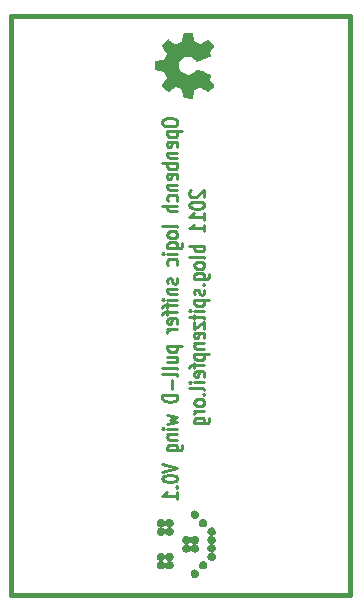
<source format=gbo>
G04 (created by PCBNEW-RS274X (2011-07-08)-stable) date Thu 27 Oct 2011 07:18:31 PM CEST*
G01*
G70*
G90*
%MOIN*%
G04 Gerber Fmt 3.4, Leading zero omitted, Abs format*
%FSLAX34Y34*%
G04 APERTURE LIST*
%ADD10C,0.006000*%
%ADD11C,0.015000*%
%ADD12C,0.010000*%
%ADD13C,0.000100*%
%ADD14R,0.055000X0.055000*%
%ADD15C,0.055000*%
%ADD16O,0.080000X0.050000*%
G04 APERTURE END LIST*
G54D10*
G54D11*
X64950Y-33050D02*
X64950Y-13750D01*
X76250Y-33050D02*
X76250Y-13750D01*
X64950Y-33050D02*
X76250Y-33050D01*
X64950Y-13750D02*
X76250Y-13750D01*
G54D12*
X70002Y-17250D02*
X70002Y-17327D01*
X70026Y-17365D01*
X70074Y-17403D01*
X70169Y-17422D01*
X70336Y-17422D01*
X70431Y-17403D01*
X70479Y-17365D01*
X70502Y-17327D01*
X70502Y-17250D01*
X70479Y-17212D01*
X70431Y-17174D01*
X70336Y-17155D01*
X70169Y-17155D01*
X70074Y-17174D01*
X70026Y-17212D01*
X70002Y-17250D01*
X70169Y-17593D02*
X70669Y-17593D01*
X70193Y-17593D02*
X70169Y-17631D01*
X70169Y-17708D01*
X70193Y-17746D01*
X70217Y-17765D01*
X70264Y-17784D01*
X70407Y-17784D01*
X70455Y-17765D01*
X70479Y-17746D01*
X70502Y-17708D01*
X70502Y-17631D01*
X70479Y-17593D01*
X70479Y-18108D02*
X70502Y-18070D01*
X70502Y-17993D01*
X70479Y-17955D01*
X70431Y-17936D01*
X70240Y-17936D01*
X70193Y-17955D01*
X70169Y-17993D01*
X70169Y-18070D01*
X70193Y-18108D01*
X70240Y-18127D01*
X70288Y-18127D01*
X70336Y-17936D01*
X70169Y-18298D02*
X70502Y-18298D01*
X70217Y-18298D02*
X70193Y-18317D01*
X70169Y-18355D01*
X70169Y-18413D01*
X70193Y-18451D01*
X70240Y-18470D01*
X70502Y-18470D01*
X70502Y-18660D02*
X70002Y-18660D01*
X70193Y-18660D02*
X70169Y-18698D01*
X70169Y-18775D01*
X70193Y-18813D01*
X70217Y-18832D01*
X70264Y-18851D01*
X70407Y-18851D01*
X70455Y-18832D01*
X70479Y-18813D01*
X70502Y-18775D01*
X70502Y-18698D01*
X70479Y-18660D01*
X70479Y-19175D02*
X70502Y-19137D01*
X70502Y-19060D01*
X70479Y-19022D01*
X70431Y-19003D01*
X70240Y-19003D01*
X70193Y-19022D01*
X70169Y-19060D01*
X70169Y-19137D01*
X70193Y-19175D01*
X70240Y-19194D01*
X70288Y-19194D01*
X70336Y-19003D01*
X70169Y-19365D02*
X70502Y-19365D01*
X70217Y-19365D02*
X70193Y-19384D01*
X70169Y-19422D01*
X70169Y-19480D01*
X70193Y-19518D01*
X70240Y-19537D01*
X70502Y-19537D01*
X70479Y-19899D02*
X70502Y-19861D01*
X70502Y-19784D01*
X70479Y-19746D01*
X70455Y-19727D01*
X70407Y-19708D01*
X70264Y-19708D01*
X70217Y-19727D01*
X70193Y-19746D01*
X70169Y-19784D01*
X70169Y-19861D01*
X70193Y-19899D01*
X70502Y-20070D02*
X70002Y-20070D01*
X70502Y-20242D02*
X70240Y-20242D01*
X70193Y-20223D01*
X70169Y-20185D01*
X70169Y-20127D01*
X70193Y-20089D01*
X70217Y-20070D01*
X70502Y-20794D02*
X70479Y-20756D01*
X70431Y-20737D01*
X70002Y-20737D01*
X70502Y-21004D02*
X70479Y-20966D01*
X70455Y-20947D01*
X70407Y-20928D01*
X70264Y-20928D01*
X70217Y-20947D01*
X70193Y-20966D01*
X70169Y-21004D01*
X70169Y-21062D01*
X70193Y-21100D01*
X70217Y-21119D01*
X70264Y-21138D01*
X70407Y-21138D01*
X70455Y-21119D01*
X70479Y-21100D01*
X70502Y-21062D01*
X70502Y-21004D01*
X70169Y-21481D02*
X70574Y-21481D01*
X70621Y-21462D01*
X70645Y-21443D01*
X70669Y-21404D01*
X70669Y-21347D01*
X70645Y-21309D01*
X70479Y-21481D02*
X70502Y-21443D01*
X70502Y-21366D01*
X70479Y-21328D01*
X70455Y-21309D01*
X70407Y-21290D01*
X70264Y-21290D01*
X70217Y-21309D01*
X70193Y-21328D01*
X70169Y-21366D01*
X70169Y-21443D01*
X70193Y-21481D01*
X70502Y-21671D02*
X70169Y-21671D01*
X70002Y-21671D02*
X70026Y-21652D01*
X70050Y-21671D01*
X70026Y-21690D01*
X70002Y-21671D01*
X70050Y-21671D01*
X70479Y-22033D02*
X70502Y-21995D01*
X70502Y-21918D01*
X70479Y-21880D01*
X70455Y-21861D01*
X70407Y-21842D01*
X70264Y-21842D01*
X70217Y-21861D01*
X70193Y-21880D01*
X70169Y-21918D01*
X70169Y-21995D01*
X70193Y-22033D01*
X70479Y-22490D02*
X70502Y-22528D01*
X70502Y-22604D01*
X70479Y-22643D01*
X70431Y-22662D01*
X70407Y-22662D01*
X70360Y-22643D01*
X70336Y-22604D01*
X70336Y-22547D01*
X70312Y-22509D01*
X70264Y-22490D01*
X70240Y-22490D01*
X70193Y-22509D01*
X70169Y-22547D01*
X70169Y-22604D01*
X70193Y-22643D01*
X70169Y-22833D02*
X70502Y-22833D01*
X70217Y-22833D02*
X70193Y-22852D01*
X70169Y-22890D01*
X70169Y-22948D01*
X70193Y-22986D01*
X70240Y-23005D01*
X70502Y-23005D01*
X70502Y-23195D02*
X70169Y-23195D01*
X70002Y-23195D02*
X70026Y-23176D01*
X70050Y-23195D01*
X70026Y-23214D01*
X70002Y-23195D01*
X70050Y-23195D01*
X70169Y-23328D02*
X70169Y-23480D01*
X70502Y-23385D02*
X70074Y-23385D01*
X70026Y-23404D01*
X70002Y-23442D01*
X70002Y-23480D01*
X70169Y-23557D02*
X70169Y-23709D01*
X70502Y-23614D02*
X70074Y-23614D01*
X70026Y-23633D01*
X70002Y-23671D01*
X70002Y-23709D01*
X70479Y-23996D02*
X70502Y-23958D01*
X70502Y-23881D01*
X70479Y-23843D01*
X70431Y-23824D01*
X70240Y-23824D01*
X70193Y-23843D01*
X70169Y-23881D01*
X70169Y-23958D01*
X70193Y-23996D01*
X70240Y-24015D01*
X70288Y-24015D01*
X70336Y-23824D01*
X70502Y-24186D02*
X70169Y-24186D01*
X70264Y-24186D02*
X70217Y-24205D01*
X70193Y-24224D01*
X70169Y-24262D01*
X70169Y-24301D01*
X70169Y-24739D02*
X70669Y-24739D01*
X70193Y-24739D02*
X70169Y-24777D01*
X70169Y-24854D01*
X70193Y-24892D01*
X70217Y-24911D01*
X70264Y-24930D01*
X70407Y-24930D01*
X70455Y-24911D01*
X70479Y-24892D01*
X70502Y-24854D01*
X70502Y-24777D01*
X70479Y-24739D01*
X70169Y-25273D02*
X70502Y-25273D01*
X70169Y-25101D02*
X70431Y-25101D01*
X70479Y-25120D01*
X70502Y-25158D01*
X70502Y-25216D01*
X70479Y-25254D01*
X70455Y-25273D01*
X70502Y-25520D02*
X70479Y-25482D01*
X70431Y-25463D01*
X70002Y-25463D01*
X70502Y-25730D02*
X70479Y-25692D01*
X70431Y-25673D01*
X70002Y-25673D01*
X70312Y-25883D02*
X70312Y-26188D01*
X70502Y-26378D02*
X70002Y-26378D01*
X70002Y-26473D01*
X70026Y-26531D01*
X70074Y-26569D01*
X70121Y-26588D01*
X70217Y-26607D01*
X70288Y-26607D01*
X70383Y-26588D01*
X70431Y-26569D01*
X70479Y-26531D01*
X70502Y-26473D01*
X70502Y-26378D01*
X70169Y-27045D02*
X70502Y-27121D01*
X70264Y-27198D01*
X70502Y-27274D01*
X70169Y-27350D01*
X70502Y-27502D02*
X70169Y-27502D01*
X70002Y-27502D02*
X70026Y-27483D01*
X70050Y-27502D01*
X70026Y-27521D01*
X70002Y-27502D01*
X70050Y-27502D01*
X70169Y-27692D02*
X70502Y-27692D01*
X70217Y-27692D02*
X70193Y-27711D01*
X70169Y-27749D01*
X70169Y-27807D01*
X70193Y-27845D01*
X70240Y-27864D01*
X70502Y-27864D01*
X70169Y-28226D02*
X70574Y-28226D01*
X70621Y-28207D01*
X70645Y-28188D01*
X70669Y-28149D01*
X70669Y-28092D01*
X70645Y-28054D01*
X70479Y-28226D02*
X70502Y-28188D01*
X70502Y-28111D01*
X70479Y-28073D01*
X70455Y-28054D01*
X70407Y-28035D01*
X70264Y-28035D01*
X70217Y-28054D01*
X70193Y-28073D01*
X70169Y-28111D01*
X70169Y-28188D01*
X70193Y-28226D01*
X70002Y-28664D02*
X70502Y-28797D01*
X70002Y-28931D01*
X70002Y-29140D02*
X70002Y-29179D01*
X70026Y-29217D01*
X70050Y-29236D01*
X70098Y-29255D01*
X70193Y-29274D01*
X70312Y-29274D01*
X70407Y-29255D01*
X70455Y-29236D01*
X70479Y-29217D01*
X70502Y-29179D01*
X70502Y-29140D01*
X70479Y-29102D01*
X70455Y-29083D01*
X70407Y-29064D01*
X70312Y-29045D01*
X70193Y-29045D01*
X70098Y-29064D01*
X70050Y-29083D01*
X70026Y-29102D01*
X70002Y-29140D01*
X70455Y-29445D02*
X70479Y-29464D01*
X70502Y-29445D01*
X70479Y-29426D01*
X70455Y-29445D01*
X70502Y-29445D01*
X70502Y-29845D02*
X70502Y-29616D01*
X70502Y-29730D02*
X70002Y-29730D01*
X70074Y-29692D01*
X70121Y-29654D01*
X70145Y-29616D01*
X70950Y-19554D02*
X70926Y-19573D01*
X70902Y-19611D01*
X70902Y-19707D01*
X70926Y-19745D01*
X70950Y-19764D01*
X70998Y-19783D01*
X71045Y-19783D01*
X71117Y-19764D01*
X71402Y-19535D01*
X71402Y-19783D01*
X70902Y-20030D02*
X70902Y-20069D01*
X70926Y-20107D01*
X70950Y-20126D01*
X70998Y-20145D01*
X71093Y-20164D01*
X71212Y-20164D01*
X71307Y-20145D01*
X71355Y-20126D01*
X71379Y-20107D01*
X71402Y-20069D01*
X71402Y-20030D01*
X71379Y-19992D01*
X71355Y-19973D01*
X71307Y-19954D01*
X71212Y-19935D01*
X71093Y-19935D01*
X70998Y-19954D01*
X70950Y-19973D01*
X70926Y-19992D01*
X70902Y-20030D01*
X71402Y-20545D02*
X71402Y-20316D01*
X71402Y-20430D02*
X70902Y-20430D01*
X70974Y-20392D01*
X71021Y-20354D01*
X71045Y-20316D01*
X71402Y-20926D02*
X71402Y-20697D01*
X71402Y-20811D02*
X70902Y-20811D01*
X70974Y-20773D01*
X71021Y-20735D01*
X71045Y-20697D01*
X71402Y-21402D02*
X70902Y-21402D01*
X71093Y-21402D02*
X71069Y-21440D01*
X71069Y-21517D01*
X71093Y-21555D01*
X71117Y-21574D01*
X71164Y-21593D01*
X71307Y-21593D01*
X71355Y-21574D01*
X71379Y-21555D01*
X71402Y-21517D01*
X71402Y-21440D01*
X71379Y-21402D01*
X71402Y-21821D02*
X71379Y-21783D01*
X71331Y-21764D01*
X70902Y-21764D01*
X71402Y-22031D02*
X71379Y-21993D01*
X71355Y-21974D01*
X71307Y-21955D01*
X71164Y-21955D01*
X71117Y-21974D01*
X71093Y-21993D01*
X71069Y-22031D01*
X71069Y-22089D01*
X71093Y-22127D01*
X71117Y-22146D01*
X71164Y-22165D01*
X71307Y-22165D01*
X71355Y-22146D01*
X71379Y-22127D01*
X71402Y-22089D01*
X71402Y-22031D01*
X71069Y-22508D02*
X71474Y-22508D01*
X71521Y-22489D01*
X71545Y-22470D01*
X71569Y-22431D01*
X71569Y-22374D01*
X71545Y-22336D01*
X71379Y-22508D02*
X71402Y-22470D01*
X71402Y-22393D01*
X71379Y-22355D01*
X71355Y-22336D01*
X71307Y-22317D01*
X71164Y-22317D01*
X71117Y-22336D01*
X71093Y-22355D01*
X71069Y-22393D01*
X71069Y-22470D01*
X71093Y-22508D01*
X71355Y-22698D02*
X71379Y-22717D01*
X71402Y-22698D01*
X71379Y-22679D01*
X71355Y-22698D01*
X71402Y-22698D01*
X71379Y-22869D02*
X71402Y-22907D01*
X71402Y-22983D01*
X71379Y-23022D01*
X71331Y-23041D01*
X71307Y-23041D01*
X71260Y-23022D01*
X71236Y-22983D01*
X71236Y-22926D01*
X71212Y-22888D01*
X71164Y-22869D01*
X71140Y-22869D01*
X71093Y-22888D01*
X71069Y-22926D01*
X71069Y-22983D01*
X71093Y-23022D01*
X71069Y-23212D02*
X71569Y-23212D01*
X71093Y-23212D02*
X71069Y-23250D01*
X71069Y-23327D01*
X71093Y-23365D01*
X71117Y-23384D01*
X71164Y-23403D01*
X71307Y-23403D01*
X71355Y-23384D01*
X71379Y-23365D01*
X71402Y-23327D01*
X71402Y-23250D01*
X71379Y-23212D01*
X71402Y-23574D02*
X71069Y-23574D01*
X70902Y-23574D02*
X70926Y-23555D01*
X70950Y-23574D01*
X70926Y-23593D01*
X70902Y-23574D01*
X70950Y-23574D01*
X71069Y-23707D02*
X71069Y-23859D01*
X70902Y-23764D02*
X71331Y-23764D01*
X71379Y-23783D01*
X71402Y-23821D01*
X71402Y-23859D01*
X71069Y-23955D02*
X71069Y-24165D01*
X71402Y-23955D01*
X71402Y-24165D01*
X71379Y-24470D02*
X71402Y-24432D01*
X71402Y-24355D01*
X71379Y-24317D01*
X71331Y-24298D01*
X71140Y-24298D01*
X71093Y-24317D01*
X71069Y-24355D01*
X71069Y-24432D01*
X71093Y-24470D01*
X71140Y-24489D01*
X71188Y-24489D01*
X71236Y-24298D01*
X71069Y-24660D02*
X71402Y-24660D01*
X71117Y-24660D02*
X71093Y-24679D01*
X71069Y-24717D01*
X71069Y-24775D01*
X71093Y-24813D01*
X71140Y-24832D01*
X71402Y-24832D01*
X71069Y-25022D02*
X71569Y-25022D01*
X71093Y-25022D02*
X71069Y-25060D01*
X71069Y-25137D01*
X71093Y-25175D01*
X71117Y-25194D01*
X71164Y-25213D01*
X71307Y-25213D01*
X71355Y-25194D01*
X71379Y-25175D01*
X71402Y-25137D01*
X71402Y-25060D01*
X71379Y-25022D01*
X71069Y-25327D02*
X71069Y-25479D01*
X71402Y-25384D02*
X70974Y-25384D01*
X70926Y-25403D01*
X70902Y-25441D01*
X70902Y-25479D01*
X71379Y-25766D02*
X71402Y-25728D01*
X71402Y-25651D01*
X71379Y-25613D01*
X71331Y-25594D01*
X71140Y-25594D01*
X71093Y-25613D01*
X71069Y-25651D01*
X71069Y-25728D01*
X71093Y-25766D01*
X71140Y-25785D01*
X71188Y-25785D01*
X71236Y-25594D01*
X71402Y-25956D02*
X71069Y-25956D01*
X70902Y-25956D02*
X70926Y-25937D01*
X70950Y-25956D01*
X70926Y-25975D01*
X70902Y-25956D01*
X70950Y-25956D01*
X71402Y-26203D02*
X71379Y-26165D01*
X71331Y-26146D01*
X70902Y-26146D01*
X71355Y-26356D02*
X71379Y-26375D01*
X71402Y-26356D01*
X71379Y-26337D01*
X71355Y-26356D01*
X71402Y-26356D01*
X71402Y-26603D02*
X71379Y-26565D01*
X71355Y-26546D01*
X71307Y-26527D01*
X71164Y-26527D01*
X71117Y-26546D01*
X71093Y-26565D01*
X71069Y-26603D01*
X71069Y-26661D01*
X71093Y-26699D01*
X71117Y-26718D01*
X71164Y-26737D01*
X71307Y-26737D01*
X71355Y-26718D01*
X71379Y-26699D01*
X71402Y-26661D01*
X71402Y-26603D01*
X71402Y-26908D02*
X71069Y-26908D01*
X71164Y-26908D02*
X71117Y-26927D01*
X71093Y-26946D01*
X71069Y-26984D01*
X71069Y-27023D01*
X71069Y-27328D02*
X71474Y-27328D01*
X71521Y-27309D01*
X71545Y-27290D01*
X71569Y-27251D01*
X71569Y-27194D01*
X71545Y-27156D01*
X71379Y-27328D02*
X71402Y-27290D01*
X71402Y-27213D01*
X71379Y-27175D01*
X71355Y-27156D01*
X71307Y-27137D01*
X71164Y-27137D01*
X71117Y-27156D01*
X71093Y-27175D01*
X71069Y-27213D01*
X71069Y-27290D01*
X71093Y-27328D01*
G54D13*
G36*
X71783Y-30926D02*
X71779Y-30898D01*
X71770Y-30871D01*
X71764Y-30860D01*
X71748Y-30836D01*
X71727Y-30817D01*
X71703Y-30803D01*
X71678Y-30793D01*
X71650Y-30789D01*
X71623Y-30790D01*
X71595Y-30797D01*
X71569Y-30809D01*
X71557Y-30817D01*
X71544Y-30829D01*
X71532Y-30842D01*
X71523Y-30854D01*
X71521Y-30858D01*
X71510Y-30882D01*
X71504Y-30907D01*
X71503Y-30935D01*
X71503Y-30944D01*
X71505Y-30960D01*
X71509Y-30974D01*
X71515Y-30988D01*
X71524Y-31004D01*
X71542Y-31027D01*
X71564Y-31046D01*
X71590Y-31060D01*
X71602Y-31064D01*
X71616Y-31067D01*
X71627Y-31069D01*
X71628Y-31069D01*
X71629Y-31070D01*
X71623Y-31071D01*
X71622Y-31071D01*
X71604Y-31075D01*
X71585Y-31082D01*
X71569Y-31090D01*
X71548Y-31106D01*
X71529Y-31127D01*
X71514Y-31152D01*
X71505Y-31180D01*
X71502Y-31209D01*
X71502Y-31217D01*
X71505Y-31239D01*
X71511Y-31260D01*
X71513Y-31265D01*
X71526Y-31288D01*
X71543Y-31309D01*
X71564Y-31327D01*
X71588Y-31340D01*
X71613Y-31347D01*
X71614Y-31348D01*
X71621Y-31349D01*
X71624Y-31350D01*
X71624Y-31350D01*
X71620Y-31351D01*
X71613Y-31353D01*
X71610Y-31353D01*
X71586Y-31361D01*
X71562Y-31375D01*
X71541Y-31393D01*
X71527Y-31410D01*
X71513Y-31434D01*
X71505Y-31461D01*
X71502Y-31491D01*
X71504Y-31512D01*
X71511Y-31540D01*
X71523Y-31565D01*
X71541Y-31588D01*
X71564Y-31606D01*
X71567Y-31608D01*
X71577Y-31615D01*
X71586Y-31619D01*
X71593Y-31621D01*
X71605Y-31625D01*
X71617Y-31628D01*
X71627Y-31630D01*
X71628Y-31630D01*
X71628Y-31630D01*
X71622Y-31631D01*
X71607Y-31635D01*
X71588Y-31642D01*
X71571Y-31650D01*
X71548Y-31667D01*
X71529Y-31688D01*
X71514Y-31713D01*
X71505Y-31741D01*
X71502Y-31770D01*
X71504Y-31796D01*
X71512Y-31824D01*
X71525Y-31849D01*
X71545Y-31871D01*
X71557Y-31882D01*
X71573Y-31893D01*
X71590Y-31901D01*
X71605Y-31906D01*
X71633Y-31911D01*
X71661Y-31910D01*
X71687Y-31904D01*
X71711Y-31893D01*
X71733Y-31878D01*
X71752Y-31859D01*
X71767Y-31836D01*
X71777Y-31810D01*
X71782Y-31782D01*
X71782Y-31779D01*
X71781Y-31750D01*
X71775Y-31724D01*
X71762Y-31698D01*
X71756Y-31689D01*
X71740Y-31670D01*
X71720Y-31654D01*
X71699Y-31642D01*
X71691Y-31639D01*
X71679Y-31635D01*
X71667Y-31632D01*
X71657Y-31631D01*
X71652Y-31631D01*
X71657Y-31630D01*
X71661Y-31629D01*
X71674Y-31627D01*
X71688Y-31623D01*
X71700Y-31618D01*
X71713Y-31612D01*
X71736Y-31594D01*
X71755Y-31573D01*
X71770Y-31548D01*
X71780Y-31520D01*
X71781Y-31515D01*
X71782Y-31496D01*
X71782Y-31476D01*
X71779Y-31457D01*
X71773Y-31439D01*
X71759Y-31412D01*
X71740Y-31389D01*
X71739Y-31388D01*
X71718Y-31372D01*
X71695Y-31360D01*
X71671Y-31352D01*
X71670Y-31352D01*
X71663Y-31351D01*
X71661Y-31350D01*
X71663Y-31349D01*
X71669Y-31348D01*
X71671Y-31348D01*
X71685Y-31344D01*
X71701Y-31338D01*
X71716Y-31330D01*
X71733Y-31317D01*
X71753Y-31296D01*
X71769Y-31271D01*
X71779Y-31243D01*
X71780Y-31238D01*
X71782Y-31219D01*
X71782Y-31199D01*
X71780Y-31181D01*
X71775Y-31165D01*
X71763Y-31139D01*
X71746Y-31116D01*
X71725Y-31096D01*
X71700Y-31082D01*
X71692Y-31079D01*
X71679Y-31075D01*
X71667Y-31072D01*
X71657Y-31070D01*
X71656Y-31070D01*
X71656Y-31070D01*
X71661Y-31069D01*
X71662Y-31069D01*
X71680Y-31064D01*
X71699Y-31057D01*
X71715Y-31049D01*
X71721Y-31045D01*
X71742Y-31027D01*
X71760Y-31005D01*
X71773Y-30981D01*
X71780Y-30954D01*
X71783Y-30926D01*
X71783Y-30926D01*
G37*
G36*
X71502Y-32061D02*
X71501Y-32044D01*
X71500Y-32027D01*
X71495Y-32009D01*
X71483Y-31982D01*
X71467Y-31959D01*
X71446Y-31939D01*
X71421Y-31925D01*
X71395Y-31915D01*
X71366Y-31911D01*
X71338Y-31913D01*
X71311Y-31921D01*
X71286Y-31933D01*
X71263Y-31951D01*
X71245Y-31974D01*
X71240Y-31981D01*
X71228Y-32008D01*
X71221Y-32036D01*
X71221Y-32065D01*
X71227Y-32094D01*
X71237Y-32117D01*
X71253Y-32141D01*
X71274Y-32162D01*
X71299Y-32178D01*
X71327Y-32188D01*
X71341Y-32191D01*
X71359Y-32192D01*
X71377Y-32191D01*
X71392Y-32189D01*
X71398Y-32188D01*
X71426Y-32177D01*
X71451Y-32160D01*
X71471Y-32139D01*
X71488Y-32113D01*
X71493Y-32101D01*
X71498Y-32085D01*
X71501Y-32070D01*
X71502Y-32061D01*
X71502Y-32061D01*
G37*
G36*
X71502Y-30645D02*
X71498Y-30616D01*
X71488Y-30588D01*
X71472Y-30562D01*
X71468Y-30557D01*
X71448Y-30537D01*
X71423Y-30522D01*
X71396Y-30512D01*
X71381Y-30509D01*
X71363Y-30508D01*
X71345Y-30509D01*
X71330Y-30511D01*
X71324Y-30513D01*
X71296Y-30524D01*
X71272Y-30540D01*
X71252Y-30560D01*
X71236Y-30584D01*
X71226Y-30611D01*
X71221Y-30641D01*
X71221Y-30651D01*
X71224Y-30680D01*
X71233Y-30706D01*
X71247Y-30730D01*
X71265Y-30750D01*
X71287Y-30767D01*
X71311Y-30779D01*
X71338Y-30787D01*
X71368Y-30788D01*
X71385Y-30787D01*
X71400Y-30783D01*
X71417Y-30777D01*
X71438Y-30766D01*
X71460Y-30748D01*
X71478Y-30726D01*
X71492Y-30701D01*
X71500Y-30674D01*
X71502Y-30645D01*
X71502Y-30645D01*
G37*
G36*
X71220Y-32340D02*
X71220Y-32321D01*
X71218Y-32303D01*
X71212Y-32283D01*
X71199Y-32257D01*
X71180Y-32234D01*
X71162Y-32219D01*
X71138Y-32204D01*
X71111Y-32195D01*
X71099Y-32193D01*
X71083Y-32192D01*
X71066Y-32193D01*
X71051Y-32195D01*
X71043Y-32197D01*
X71015Y-32208D01*
X70991Y-32224D01*
X70970Y-32245D01*
X70955Y-32271D01*
X70950Y-32280D01*
X70944Y-32298D01*
X70941Y-32316D01*
X70941Y-32338D01*
X70942Y-32351D01*
X70944Y-32366D01*
X70948Y-32380D01*
X70955Y-32395D01*
X70959Y-32404D01*
X70977Y-32428D01*
X70999Y-32447D01*
X71024Y-32462D01*
X71053Y-32471D01*
X71059Y-32472D01*
X71076Y-32473D01*
X71093Y-32472D01*
X71108Y-32471D01*
X71118Y-32468D01*
X71146Y-32457D01*
X71170Y-32441D01*
X71190Y-32421D01*
X71206Y-32396D01*
X71217Y-32367D01*
X71218Y-32359D01*
X71220Y-32340D01*
X71220Y-32340D01*
G37*
G36*
X71221Y-31214D02*
X71219Y-31185D01*
X71211Y-31159D01*
X71204Y-31143D01*
X71187Y-31119D01*
X71166Y-31099D01*
X71142Y-31084D01*
X71114Y-31074D01*
X71109Y-31073D01*
X71086Y-31069D01*
X71064Y-31070D01*
X71040Y-31076D01*
X71012Y-31087D01*
X70989Y-31104D01*
X70969Y-31125D01*
X70954Y-31150D01*
X70944Y-31178D01*
X70939Y-31196D01*
X70938Y-31187D01*
X70938Y-31184D01*
X70932Y-31164D01*
X70923Y-31143D01*
X70910Y-31124D01*
X70908Y-31121D01*
X70887Y-31100D01*
X70864Y-31085D01*
X70838Y-31075D01*
X70810Y-31070D01*
X70783Y-31071D01*
X70755Y-31077D01*
X70729Y-31089D01*
X70728Y-31090D01*
X70705Y-31107D01*
X70686Y-31128D01*
X70673Y-31152D01*
X70664Y-31178D01*
X70660Y-31205D01*
X70662Y-31232D01*
X70669Y-31258D01*
X70681Y-31284D01*
X70698Y-31307D01*
X70712Y-31319D01*
X70732Y-31333D01*
X70754Y-31343D01*
X70775Y-31348D01*
X70780Y-31349D01*
X70783Y-31350D01*
X70781Y-31351D01*
X70775Y-31352D01*
X70756Y-31356D01*
X70736Y-31365D01*
X70717Y-31377D01*
X70708Y-31384D01*
X70689Y-31405D01*
X70674Y-31429D01*
X70664Y-31456D01*
X70660Y-31485D01*
X70662Y-31514D01*
X70666Y-31531D01*
X70678Y-31558D01*
X70694Y-31581D01*
X70715Y-31601D01*
X70739Y-31616D01*
X70767Y-31626D01*
X70781Y-31629D01*
X70809Y-31630D01*
X70837Y-31625D01*
X70864Y-31615D01*
X70887Y-31599D01*
X70908Y-31579D01*
X70924Y-31554D01*
X70929Y-31543D01*
X70934Y-31530D01*
X70937Y-31518D01*
X70939Y-31509D01*
X70939Y-31508D01*
X70940Y-31508D01*
X70941Y-31514D01*
X70945Y-31528D01*
X70952Y-31547D01*
X70960Y-31563D01*
X70966Y-31572D01*
X70983Y-31590D01*
X71003Y-31607D01*
X71024Y-31619D01*
X71047Y-31626D01*
X71072Y-31630D01*
X71097Y-31630D01*
X71102Y-31629D01*
X71131Y-31621D01*
X71156Y-31608D01*
X71180Y-31589D01*
X71193Y-31573D01*
X71209Y-31548D01*
X71218Y-31520D01*
X71219Y-31509D01*
X71220Y-31494D01*
X71219Y-31478D01*
X71218Y-31463D01*
X71216Y-31452D01*
X71213Y-31443D01*
X71199Y-31415D01*
X71181Y-31392D01*
X71158Y-31373D01*
X71147Y-31366D01*
X71128Y-31358D01*
X71110Y-31352D01*
X71108Y-31352D01*
X71102Y-31351D01*
X71099Y-31350D01*
X71099Y-31350D01*
X71062Y-31350D01*
X71062Y-31350D01*
X71058Y-31351D01*
X71051Y-31352D01*
X71049Y-31353D01*
X71024Y-31361D01*
X71001Y-31375D01*
X70980Y-31393D01*
X70962Y-31414D01*
X70950Y-31438D01*
X70949Y-31439D01*
X70945Y-31452D01*
X70942Y-31463D01*
X70940Y-31476D01*
X70938Y-31464D01*
X70934Y-31447D01*
X70922Y-31422D01*
X70906Y-31399D01*
X70886Y-31380D01*
X70864Y-31365D01*
X70852Y-31359D01*
X70837Y-31354D01*
X70825Y-31352D01*
X70820Y-31351D01*
X70817Y-31350D01*
X70819Y-31349D01*
X70825Y-31348D01*
X70836Y-31346D01*
X70850Y-31341D01*
X70864Y-31335D01*
X70878Y-31327D01*
X70899Y-31309D01*
X70917Y-31287D01*
X70930Y-31262D01*
X70938Y-31236D01*
X70940Y-31223D01*
X70942Y-31236D01*
X70943Y-31238D01*
X70946Y-31250D01*
X70950Y-31262D01*
X70951Y-31265D01*
X70964Y-31288D01*
X70981Y-31309D01*
X71003Y-31327D01*
X71026Y-31340D01*
X71051Y-31347D01*
X71052Y-31348D01*
X71059Y-31349D01*
X71062Y-31350D01*
X71099Y-31350D01*
X71099Y-31350D01*
X71102Y-31349D01*
X71110Y-31348D01*
X71128Y-31343D01*
X71153Y-31331D01*
X71175Y-31314D01*
X71194Y-31293D01*
X71208Y-31268D01*
X71208Y-31268D01*
X71217Y-31242D01*
X71221Y-31214D01*
X71221Y-31214D01*
G37*
G36*
X71220Y-30378D02*
X71220Y-30355D01*
X71217Y-30334D01*
X71213Y-30321D01*
X71200Y-30294D01*
X71183Y-30271D01*
X71162Y-30253D01*
X71137Y-30239D01*
X71110Y-30230D01*
X71080Y-30227D01*
X71069Y-30227D01*
X71040Y-30233D01*
X71013Y-30244D01*
X70988Y-30261D01*
X70982Y-30266D01*
X70966Y-30286D01*
X70952Y-30310D01*
X70944Y-30335D01*
X70944Y-30335D01*
X70941Y-30356D01*
X70941Y-30379D01*
X70944Y-30400D01*
X70946Y-30408D01*
X70957Y-30434D01*
X70973Y-30458D01*
X70992Y-30477D01*
X71015Y-30492D01*
X71041Y-30502D01*
X71068Y-30507D01*
X71096Y-30507D01*
X71125Y-30501D01*
X71146Y-30491D01*
X71170Y-30475D01*
X71191Y-30454D01*
X71206Y-30430D01*
X71216Y-30403D01*
X71217Y-30399D01*
X71220Y-30378D01*
X71220Y-30378D01*
G37*
G36*
X70379Y-31766D02*
X70376Y-31739D01*
X70366Y-31712D01*
X70360Y-31699D01*
X70351Y-31686D01*
X70339Y-31673D01*
X70323Y-31659D01*
X70300Y-31644D01*
X70272Y-31634D01*
X70265Y-31633D01*
X70246Y-31631D01*
X70226Y-31631D01*
X70209Y-31633D01*
X70186Y-31641D01*
X70161Y-31654D01*
X70140Y-31671D01*
X70137Y-31674D01*
X70127Y-31687D01*
X70117Y-31702D01*
X70109Y-31716D01*
X70107Y-31721D01*
X70104Y-31732D01*
X70101Y-31744D01*
X70099Y-31752D01*
X70099Y-31757D01*
X70098Y-31752D01*
X70096Y-31745D01*
X70094Y-31736D01*
X70091Y-31726D01*
X70081Y-31705D01*
X70068Y-31684D01*
X70053Y-31667D01*
X70050Y-31665D01*
X70026Y-31648D01*
X69999Y-31636D01*
X69971Y-31631D01*
X69943Y-31631D01*
X69936Y-31632D01*
X69907Y-31640D01*
X69882Y-31653D01*
X69859Y-31672D01*
X69844Y-31689D01*
X69829Y-31713D01*
X69820Y-31741D01*
X69819Y-31746D01*
X69818Y-31765D01*
X69818Y-31785D01*
X69821Y-31803D01*
X69826Y-31819D01*
X69838Y-31845D01*
X69856Y-31867D01*
X69877Y-31886D01*
X69901Y-31900D01*
X69928Y-31908D01*
X69932Y-31909D01*
X69938Y-31911D01*
X69941Y-31912D01*
X69938Y-31913D01*
X69932Y-31913D01*
X69920Y-31916D01*
X69908Y-31921D01*
X69896Y-31926D01*
X69888Y-31930D01*
X69864Y-31947D01*
X69844Y-31969D01*
X69830Y-31993D01*
X69821Y-32021D01*
X69818Y-32051D01*
X69819Y-32074D01*
X69826Y-32101D01*
X69838Y-32126D01*
X69848Y-32140D01*
X69869Y-32160D01*
X69892Y-32176D01*
X69918Y-32187D01*
X69946Y-32192D01*
X69974Y-32191D01*
X70000Y-32185D01*
X70027Y-32174D01*
X70051Y-32157D01*
X70070Y-32136D01*
X70085Y-32110D01*
X70095Y-32081D01*
X70099Y-32066D01*
X70100Y-32075D01*
X70101Y-32081D01*
X70108Y-32103D01*
X70119Y-32125D01*
X70134Y-32146D01*
X70152Y-32162D01*
X70166Y-32172D01*
X70186Y-32182D01*
X70204Y-32188D01*
X70219Y-32191D01*
X70237Y-32192D01*
X70255Y-32191D01*
X70270Y-32189D01*
X70286Y-32184D01*
X70313Y-32171D01*
X70336Y-32153D01*
X70355Y-32131D01*
X70369Y-32105D01*
X70377Y-32075D01*
X70378Y-32068D01*
X70379Y-32051D01*
X70378Y-32033D01*
X70375Y-32017D01*
X70371Y-32005D01*
X70359Y-31979D01*
X70341Y-31956D01*
X70320Y-31937D01*
X70295Y-31923D01*
X70267Y-31914D01*
X70264Y-31913D01*
X70258Y-31912D01*
X70259Y-31911D01*
X70220Y-31911D01*
X70219Y-31912D01*
X70213Y-31914D01*
X70212Y-31914D01*
X70193Y-31919D01*
X70173Y-31928D01*
X70155Y-31939D01*
X70145Y-31948D01*
X70125Y-31969D01*
X70110Y-31995D01*
X70101Y-32023D01*
X70098Y-32037D01*
X70096Y-32027D01*
X70095Y-32019D01*
X70092Y-32010D01*
X70090Y-32004D01*
X70078Y-31979D01*
X70060Y-31956D01*
X70039Y-31937D01*
X70014Y-31923D01*
X69988Y-31914D01*
X69981Y-31913D01*
X69977Y-31911D01*
X69979Y-31910D01*
X69988Y-31908D01*
X69989Y-31908D01*
X70004Y-31904D01*
X70020Y-31897D01*
X70035Y-31888D01*
X70044Y-31881D01*
X70058Y-31868D01*
X70071Y-31854D01*
X70080Y-31841D01*
X70080Y-31840D01*
X70090Y-31818D01*
X70097Y-31795D01*
X70099Y-31786D01*
X70100Y-31797D01*
X70108Y-31822D01*
X70121Y-31847D01*
X70138Y-31869D01*
X70159Y-31887D01*
X70167Y-31892D01*
X70180Y-31898D01*
X70194Y-31904D01*
X70207Y-31908D01*
X70217Y-31910D01*
X70217Y-31910D01*
X70220Y-31911D01*
X70259Y-31911D01*
X70259Y-31910D01*
X70265Y-31909D01*
X70273Y-31907D01*
X70282Y-31905D01*
X70296Y-31899D01*
X70321Y-31885D01*
X70342Y-31867D01*
X70358Y-31845D01*
X70370Y-31820D01*
X70377Y-31794D01*
X70379Y-31766D01*
X70379Y-31766D01*
G37*
G36*
X70379Y-30922D02*
X70375Y-30894D01*
X70365Y-30868D01*
X70350Y-30844D01*
X70331Y-30824D01*
X70308Y-30807D01*
X70282Y-30795D01*
X70273Y-30793D01*
X70265Y-30791D01*
X70263Y-30791D01*
X70258Y-30789D01*
X70258Y-30789D01*
X70219Y-30789D01*
X70215Y-30790D01*
X70205Y-30793D01*
X70189Y-30798D01*
X70164Y-30810D01*
X70142Y-30827D01*
X70124Y-30849D01*
X70110Y-30874D01*
X70101Y-30901D01*
X70098Y-30914D01*
X70096Y-30905D01*
X70096Y-30904D01*
X70090Y-30881D01*
X70080Y-30859D01*
X70074Y-30850D01*
X70062Y-30836D01*
X70049Y-30823D01*
X70035Y-30812D01*
X70023Y-30805D01*
X70005Y-30797D01*
X69988Y-30792D01*
X69981Y-30790D01*
X69977Y-30789D01*
X69979Y-30788D01*
X69988Y-30786D01*
X70006Y-30780D01*
X70032Y-30768D01*
X70055Y-30749D01*
X70073Y-30728D01*
X70088Y-30702D01*
X70096Y-30673D01*
X70098Y-30663D01*
X70101Y-30677D01*
X70104Y-30690D01*
X70116Y-30717D01*
X70133Y-30741D01*
X70155Y-30761D01*
X70163Y-30767D01*
X70176Y-30774D01*
X70191Y-30780D01*
X70201Y-30784D01*
X70212Y-30786D01*
X70212Y-30786D01*
X70218Y-30788D01*
X70219Y-30789D01*
X70258Y-30789D01*
X70259Y-30788D01*
X70266Y-30786D01*
X70276Y-30784D01*
X70297Y-30776D01*
X70317Y-30765D01*
X70328Y-30757D01*
X70349Y-30736D01*
X70364Y-30711D01*
X70375Y-30683D01*
X70377Y-30670D01*
X70379Y-30651D01*
X70378Y-30631D01*
X70375Y-30614D01*
X70375Y-30612D01*
X70363Y-30584D01*
X70347Y-30559D01*
X70326Y-30538D01*
X70302Y-30523D01*
X70273Y-30512D01*
X70261Y-30509D01*
X70241Y-30508D01*
X70221Y-30509D01*
X70204Y-30512D01*
X70189Y-30517D01*
X70169Y-30527D01*
X70152Y-30538D01*
X70138Y-30551D01*
X70124Y-30568D01*
X70113Y-30586D01*
X70110Y-30593D01*
X70105Y-30606D01*
X70101Y-30619D01*
X70099Y-30629D01*
X70099Y-30630D01*
X70098Y-30627D01*
X70095Y-30619D01*
X70090Y-30602D01*
X70083Y-30584D01*
X70074Y-30569D01*
X70072Y-30566D01*
X70055Y-30547D01*
X70035Y-30531D01*
X70014Y-30519D01*
X70004Y-30515D01*
X69976Y-30509D01*
X69947Y-30508D01*
X69919Y-30513D01*
X69913Y-30515D01*
X69887Y-30527D01*
X69864Y-30544D01*
X69845Y-30566D01*
X69830Y-30591D01*
X69820Y-30618D01*
X69820Y-30622D01*
X69818Y-30642D01*
X69818Y-30662D01*
X69821Y-30681D01*
X69822Y-30685D01*
X69833Y-30713D01*
X69849Y-30738D01*
X69870Y-30758D01*
X69896Y-30774D01*
X69904Y-30778D01*
X69917Y-30783D01*
X69929Y-30786D01*
X69938Y-30787D01*
X69939Y-30787D01*
X69941Y-30788D01*
X69937Y-30790D01*
X69929Y-30792D01*
X69909Y-30797D01*
X69885Y-30809D01*
X69863Y-30826D01*
X69844Y-30847D01*
X69830Y-30871D01*
X69830Y-30872D01*
X69821Y-30898D01*
X69818Y-30926D01*
X69820Y-30954D01*
X69827Y-30981D01*
X69834Y-30996D01*
X69851Y-31020D01*
X69872Y-31040D01*
X69896Y-31056D01*
X69924Y-31065D01*
X69930Y-31067D01*
X69952Y-31070D01*
X69974Y-31069D01*
X70000Y-31063D01*
X70027Y-31051D01*
X70051Y-31035D01*
X70070Y-31013D01*
X70085Y-30988D01*
X70095Y-30959D01*
X70097Y-30953D01*
X70099Y-30948D01*
X70099Y-30948D01*
X70100Y-30957D01*
X70105Y-30973D01*
X70112Y-30990D01*
X70122Y-31006D01*
X70134Y-31022D01*
X70155Y-31042D01*
X70181Y-31057D01*
X70185Y-31059D01*
X70212Y-31067D01*
X70241Y-31070D01*
X70270Y-31066D01*
X70297Y-31057D01*
X70310Y-31051D01*
X70323Y-31042D01*
X70336Y-31030D01*
X70337Y-31029D01*
X70356Y-31006D01*
X70369Y-30981D01*
X70377Y-30953D01*
X70378Y-30950D01*
X70379Y-30922D01*
X70379Y-30922D01*
G37*
G36*
X71734Y-16064D02*
X71728Y-16052D01*
X71712Y-16027D01*
X71688Y-15990D01*
X71659Y-15947D01*
X71629Y-15903D01*
X71605Y-15868D01*
X71589Y-15843D01*
X71584Y-15832D01*
X71586Y-15827D01*
X71596Y-15806D01*
X71611Y-15776D01*
X71620Y-15759D01*
X71632Y-15731D01*
X71634Y-15718D01*
X71631Y-15715D01*
X71610Y-15705D01*
X71574Y-15690D01*
X71526Y-15669D01*
X71471Y-15645D01*
X71411Y-15620D01*
X71350Y-15594D01*
X71291Y-15570D01*
X71239Y-15549D01*
X71196Y-15532D01*
X71167Y-15520D01*
X71154Y-15516D01*
X71151Y-15517D01*
X71138Y-15531D01*
X71120Y-15555D01*
X71078Y-15607D01*
X71014Y-15658D01*
X70941Y-15689D01*
X70861Y-15700D01*
X70786Y-15691D01*
X70714Y-15661D01*
X70650Y-15611D01*
X70602Y-15551D01*
X70571Y-15480D01*
X70562Y-15400D01*
X70570Y-15324D01*
X70599Y-15251D01*
X70648Y-15186D01*
X70680Y-15159D01*
X70745Y-15121D01*
X70815Y-15100D01*
X70833Y-15097D01*
X70910Y-15101D01*
X70983Y-15123D01*
X71049Y-15164D01*
X71103Y-15220D01*
X71109Y-15227D01*
X71128Y-15254D01*
X71142Y-15271D01*
X71153Y-15285D01*
X71389Y-15187D01*
X71426Y-15171D01*
X71491Y-15144D01*
X71546Y-15121D01*
X71590Y-15102D01*
X71620Y-15089D01*
X71632Y-15083D01*
X71632Y-15082D01*
X71634Y-15074D01*
X71627Y-15056D01*
X71611Y-15023D01*
X71600Y-15001D01*
X71588Y-14976D01*
X71584Y-14965D01*
X71589Y-14955D01*
X71604Y-14931D01*
X71628Y-14896D01*
X71657Y-14854D01*
X71684Y-14814D01*
X71708Y-14777D01*
X71725Y-14750D01*
X71732Y-14737D01*
X71732Y-14735D01*
X71726Y-14723D01*
X71708Y-14702D01*
X71678Y-14670D01*
X71633Y-14624D01*
X71626Y-14617D01*
X71588Y-14580D01*
X71556Y-14550D01*
X71534Y-14529D01*
X71523Y-14522D01*
X71523Y-14522D01*
X71510Y-14529D01*
X71484Y-14546D01*
X71446Y-14570D01*
X71402Y-14600D01*
X71289Y-14678D01*
X71182Y-14635D01*
X71149Y-14622D01*
X71109Y-14605D01*
X71081Y-14593D01*
X71068Y-14587D01*
X71064Y-14575D01*
X71057Y-14546D01*
X71048Y-14503D01*
X71039Y-14452D01*
X71030Y-14404D01*
X71022Y-14361D01*
X71016Y-14329D01*
X71013Y-14315D01*
X71011Y-14311D01*
X71004Y-14309D01*
X70989Y-14307D01*
X70963Y-14306D01*
X70921Y-14305D01*
X70861Y-14305D01*
X70854Y-14305D01*
X70796Y-14306D01*
X70751Y-14307D01*
X70721Y-14308D01*
X70709Y-14310D01*
X70709Y-14310D01*
X70706Y-14324D01*
X70699Y-14355D01*
X70691Y-14398D01*
X70681Y-14450D01*
X70680Y-14454D01*
X70670Y-14505D01*
X70661Y-14549D01*
X70654Y-14579D01*
X70650Y-14592D01*
X70646Y-14595D01*
X70626Y-14605D01*
X70594Y-14620D01*
X70555Y-14637D01*
X70514Y-14654D01*
X70478Y-14669D01*
X70450Y-14679D01*
X70438Y-14682D01*
X70438Y-14681D01*
X70425Y-14674D01*
X70398Y-14656D01*
X70361Y-14631D01*
X70317Y-14600D01*
X70314Y-14598D01*
X70270Y-14568D01*
X70233Y-14544D01*
X70206Y-14528D01*
X70194Y-14522D01*
X70194Y-14522D01*
X70181Y-14532D01*
X70156Y-14554D01*
X70122Y-14586D01*
X70084Y-14625D01*
X70072Y-14637D01*
X70030Y-14679D01*
X70003Y-14709D01*
X69988Y-14727D01*
X69985Y-14736D01*
X69985Y-14737D01*
X69993Y-14750D01*
X70011Y-14777D01*
X70037Y-14815D01*
X70067Y-14859D01*
X70069Y-14862D01*
X70099Y-14906D01*
X70124Y-14943D01*
X70141Y-14969D01*
X70148Y-14980D01*
X70148Y-14982D01*
X70142Y-15000D01*
X70131Y-15031D01*
X70117Y-15069D01*
X70100Y-15110D01*
X70085Y-15146D01*
X70072Y-15174D01*
X70065Y-15187D01*
X70064Y-15187D01*
X70049Y-15192D01*
X70016Y-15200D01*
X69971Y-15209D01*
X69917Y-15219D01*
X69908Y-15221D01*
X69856Y-15231D01*
X69813Y-15239D01*
X69783Y-15245D01*
X69771Y-15248D01*
X69769Y-15256D01*
X69767Y-15281D01*
X69766Y-15320D01*
X69766Y-15367D01*
X69766Y-15416D01*
X69767Y-15465D01*
X69769Y-15506D01*
X69771Y-15536D01*
X69773Y-15548D01*
X69774Y-15548D01*
X69790Y-15553D01*
X69823Y-15560D01*
X69868Y-15569D01*
X69922Y-15580D01*
X69932Y-15582D01*
X69984Y-15591D01*
X70026Y-15600D01*
X70056Y-15606D01*
X70067Y-15610D01*
X70070Y-15614D01*
X70079Y-15636D01*
X70094Y-15671D01*
X70111Y-15714D01*
X70152Y-15814D01*
X70067Y-15937D01*
X70060Y-15949D01*
X70030Y-15993D01*
X70005Y-16029D01*
X69989Y-16054D01*
X69983Y-16065D01*
X69984Y-16066D01*
X69994Y-16078D01*
X70017Y-16102D01*
X70050Y-16136D01*
X70088Y-16174D01*
X70117Y-16203D01*
X70151Y-16237D01*
X70174Y-16258D01*
X70189Y-16270D01*
X70198Y-16274D01*
X70204Y-16273D01*
X70217Y-16265D01*
X70244Y-16247D01*
X70281Y-16222D01*
X70325Y-16192D01*
X70361Y-16167D01*
X70402Y-16141D01*
X70432Y-16123D01*
X70446Y-16117D01*
X70452Y-16119D01*
X70476Y-16127D01*
X70513Y-16142D01*
X70556Y-16160D01*
X70653Y-16203D01*
X70666Y-16267D01*
X70673Y-16306D01*
X70683Y-16360D01*
X70693Y-16411D01*
X70709Y-16492D01*
X71005Y-16495D01*
X71011Y-16483D01*
X71014Y-16471D01*
X71021Y-16441D01*
X71029Y-16398D01*
X71039Y-16348D01*
X71047Y-16305D01*
X71055Y-16261D01*
X71061Y-16230D01*
X71064Y-16216D01*
X71068Y-16213D01*
X71089Y-16202D01*
X71123Y-16187D01*
X71163Y-16170D01*
X71204Y-16152D01*
X71243Y-16137D01*
X71272Y-16126D01*
X71287Y-16122D01*
X71298Y-16128D01*
X71324Y-16145D01*
X71360Y-16169D01*
X71403Y-16198D01*
X71446Y-16227D01*
X71483Y-16252D01*
X71509Y-16269D01*
X71521Y-16277D01*
X71530Y-16273D01*
X71550Y-16256D01*
X71584Y-16223D01*
X71632Y-16175D01*
X71639Y-16167D01*
X71676Y-16129D01*
X71706Y-16096D01*
X71726Y-16074D01*
X71734Y-16064D01*
X71734Y-16064D01*
G37*
%LPC*%
G54D14*
X67600Y-22900D03*
G54D15*
X67600Y-21900D03*
X67600Y-20900D03*
X67600Y-19900D03*
X67600Y-18900D03*
X67600Y-17900D03*
X67600Y-16900D03*
X67600Y-15900D03*
X67600Y-14900D03*
G54D14*
X75100Y-14900D03*
G54D15*
X75100Y-15900D03*
X75100Y-16900D03*
X75100Y-17900D03*
X75100Y-18900D03*
X75100Y-19900D03*
X75100Y-20900D03*
X75100Y-21900D03*
X75100Y-22900D03*
G54D14*
X75100Y-31900D03*
G54D15*
X75100Y-30900D03*
X75100Y-29900D03*
X75100Y-28900D03*
X75100Y-27900D03*
X75100Y-26900D03*
X75100Y-25900D03*
X75100Y-24900D03*
X75100Y-23900D03*
G54D14*
X66100Y-31900D03*
G54D15*
X66100Y-30900D03*
X66100Y-29900D03*
X66100Y-28900D03*
X66100Y-27900D03*
X66100Y-26900D03*
X66100Y-25900D03*
X66100Y-24900D03*
X66100Y-23900D03*
G54D14*
X66100Y-14900D03*
G54D15*
X66100Y-15900D03*
X66100Y-16900D03*
X66100Y-17900D03*
X66100Y-18900D03*
X66100Y-19900D03*
X66100Y-20900D03*
X66100Y-21900D03*
X66100Y-22900D03*
G54D16*
X72300Y-31900D03*
X72300Y-30900D03*
X72300Y-29900D03*
X72300Y-28900D03*
X72300Y-27900D03*
X72300Y-26900D03*
X72300Y-25900D03*
X72300Y-24900D03*
X69300Y-24900D03*
X69300Y-25900D03*
X69300Y-26900D03*
X69300Y-27900D03*
X69300Y-28900D03*
X69300Y-29900D03*
X69300Y-30900D03*
X69300Y-31900D03*
X72300Y-21900D03*
X72300Y-20900D03*
X72300Y-19900D03*
X72300Y-18900D03*
X72300Y-17900D03*
X72300Y-16900D03*
X72300Y-15900D03*
X72300Y-14900D03*
X69300Y-14900D03*
X69300Y-15900D03*
X69300Y-16900D03*
X69300Y-17900D03*
X69300Y-18900D03*
X69300Y-19900D03*
X69300Y-20900D03*
X69300Y-21900D03*
G54D14*
X67600Y-31900D03*
G54D15*
X67600Y-30900D03*
X67600Y-29900D03*
X67600Y-28900D03*
X67600Y-27900D03*
X67600Y-26900D03*
X67600Y-25900D03*
X67600Y-24900D03*
X67600Y-23900D03*
M02*

</source>
